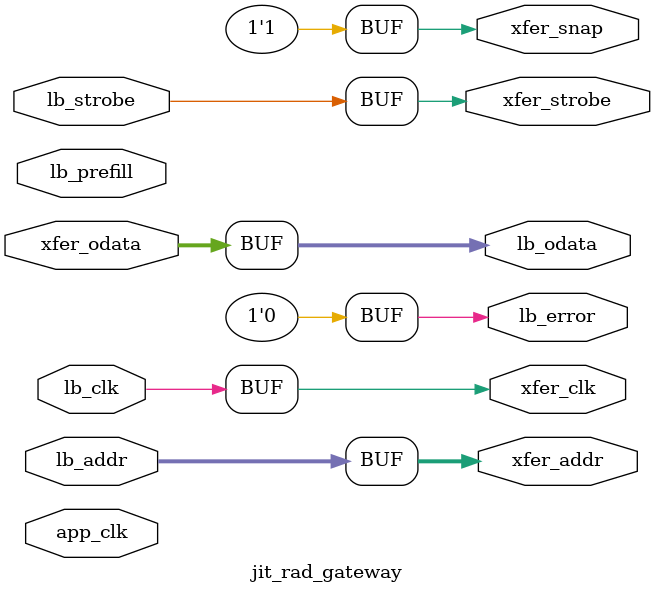
<source format=v>
`timescale 1ns / 1ns


module jit_rad_gateway #(
	parameter dw = 32,
	parameter passthrough = 1
) (
	// basic localbus hookup
	input lb_clk,
	input [3:0] lb_addr,
	input lb_strobe,
	output [dw-1:0] lb_odata,
	// control
	input lb_prefill,
	output lb_error,
	input app_clk,
	// to application mux
	output xfer_clk,
	output xfer_snap,
	output xfer_strobe,
	output [3:0] xfer_addr,
	input [dw-1:0] xfer_odata
);

generate if (passthrough) begin : thru
	// Zero-footprint option, that doesn't solve CDC problems
	assign xfer_clk = lb_clk;
	assign xfer_strobe = lb_strobe;
	assign xfer_addr = lb_addr;
	assign lb_odata = xfer_odata;
	assign lb_error = 0;
	assign xfer_snap = 1;  // doesn't really work
end else begin : buffer
	// Actually separate lb_clk domain from xfer_clk domain
	// Takes a bit more than 17 xfer_clk cycles to fill the
	// dpram with a snapshot of the mux results, after which
	// the lb_clk read process can just grab data from the dpram.
	assign xfer_clk = app_clk;
	wire app_prefill;
	flag_xdomain trig(
		.clk1(lb_clk), .flagin_clk1(lb_prefill),
		.clk2(app_clk), .flagout_clk2(app_prefill));
	assign xfer_snap = app_prefill;
	//
	reg buff_we=0;
	reg [3:0] addr1=0, addr2=0;
	wire app_running = |addr1;
	reg app_running_r=0;
	assign xfer_strobe = app_prefill | app_running;
	always @(posedge app_clk) begin
		if (app_prefill | app_running) addr1 <= addr1 + 1;
		buff_we <= xfer_strobe;
		addr2 <= addr1;
		app_running_r <= app_running;
	end
	assign xfer_addr = addr1;
	dpram #(.aw(4), .dw(dw)) buff(
		.clka(app_clk), .addra(addr2), .wena(buff_we), .dina(xfer_odata),
		.clkb(lb_clk), .addrb(lb_addr), .doutb(lb_odata));
	//
	reg lb_pending=0, lb_running=0;
	always @(posedge lb_clk) lb_running <= app_running_r;  // CDC
	always @(posedge lb_clk) begin
		if (lb_prefill) lb_pending <= 1;
		if (lb_running) lb_pending <= 0;
	end
	assign lb_error = (lb_prefill | lb_strobe) & (lb_pending | lb_running);
end endgenerate

endmodule

</source>
